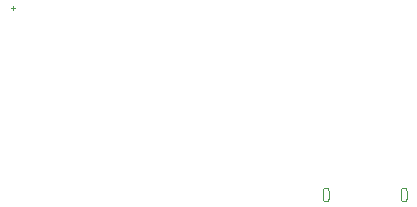
<source format=gm1>
G04*
G04 #@! TF.GenerationSoftware,Altium Limited,Altium Designer,20.2.6 (244)*
G04*
G04 Layer_Color=16711935*
%FSLAX25Y25*%
%MOIN*%
G70*
G04*
G04 #@! TF.SameCoordinates,2322B5F6-C0F9-4DFB-907C-46C9DA4D7F26*
G04*
G04*
G04 #@! TF.FilePolarity,Positive*
G04*
G01*
G75*
%ADD17C,0.00394*%
%ADD210C,0.00000*%
D17*
X119263Y52777D02*
Y54352D01*
X118475Y53564D02*
X120050D01*
D210*
X223675Y-6384D02*
G03*
X222691Y-7369I0J-984D01*
G01*
X224659D02*
G03*
X223675Y-6384I-984J0D01*
G01*
Y-11109D02*
G03*
X224659Y-10125I0J984D01*
G01*
X222691D02*
G03*
X223675Y-11109I984J0D01*
G01*
X249659Y-6384D02*
G03*
X248675Y-7369I0J-984D01*
G01*
X250643D02*
G03*
X249659Y-6384I-984J0D01*
G01*
Y-11109D02*
G03*
X250643Y-10125I0J984D01*
G01*
X248675D02*
G03*
X249659Y-11109I984J0D01*
G01*
X248675Y-10125D02*
Y-7369D01*
X250643Y-10125D02*
Y-7369D01*
X222690Y-10125D02*
Y-7369D01*
X224659Y-10125D02*
Y-7369D01*
M02*

</source>
